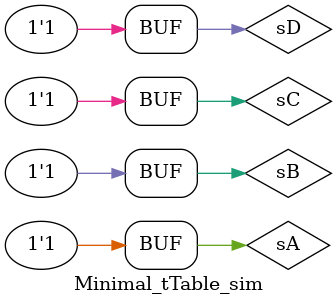
<source format=sv>
`timescale 1ns / 1ps


module Minimal_tTable_sim();

logic sA, sB, sC, sD, sX, sY;

Minimal_tTable UUT(
.A(sA), .B(sB), .C(sC), .D(sD), .X(sX), .Y(sY));
 
initial begin

sA=0; sB=0; sC=0; sD=0;
#10;
sD=1;
#10;
sD=0; sC=1;
#10;
sD=1;
#10;
sC=0; sD=0; sB=1;
#10;
sD=1;
#10;
sD=0; sC=1;
#10;
sD=1;
#10;
sB=0; sC=0; sD=0; sA=1;
#10;
sD=1;
#10;
sD=0; sC=1;
#10;
sD=1;
#10;
sB=1; sC=0; sD=0;
#10;
sD=1;
#10;
sD=0; sC=1;
#10;
sD=1;

end

endmodule

</source>
